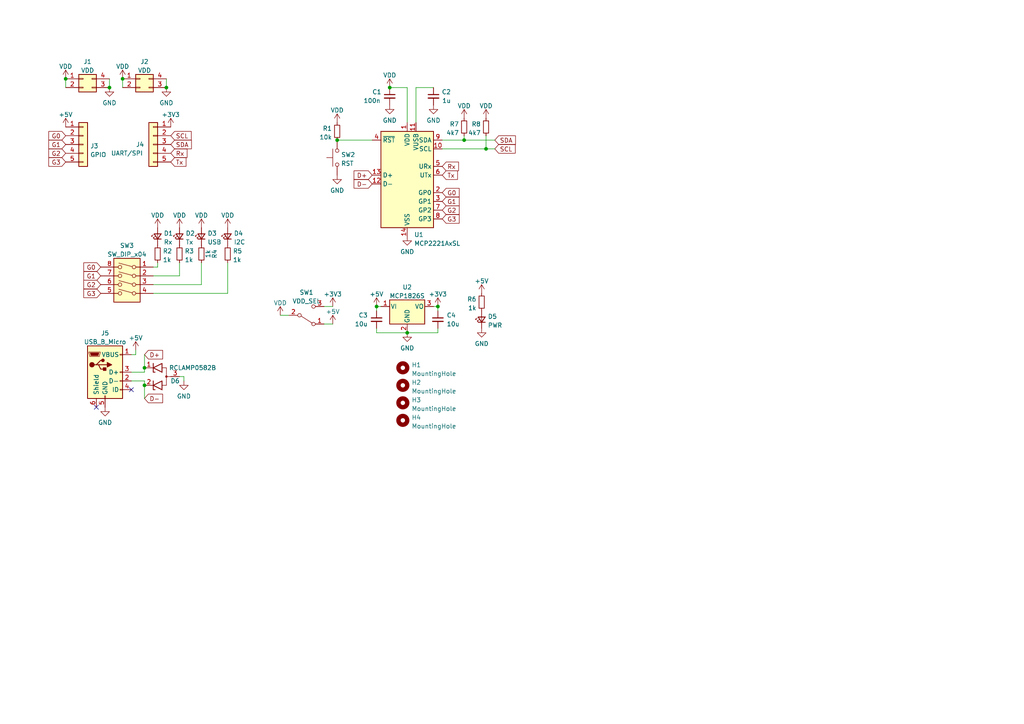
<source format=kicad_sch>
(kicad_sch (version 20211123) (generator eeschema)
  (paper "A4")
  (lib_symbols
    (symbol "Connector:USB_B_Micro" (pin_names (offset 1.016))
      (property "Reference" "J" (at -5.08 11.43 0))
      (property "Value" "USB_B_Micro" (at -5.08 8.89 0))
      (symbol "USB_B_Micro_0_1"
        (rectangle (start -5.08 -7.62) (end 5.08 7.62) (stroke (width 0.254)) (fill (type background)))
        (circle (center -3.81 2.159) (radius 0.635) (stroke (width 0.254)) (fill (type outline)))
        (circle (center -0.635 3.429) (radius 0.381) (stroke (width 0.254)) (fill (type outline)))
        (rectangle (start -0.127 -7.62) (end 0.127 -6.858))
        (polyline (pts (xy -1.905 2.159) (xy 0.635 2.159)) (stroke (width 0.254)))
        (polyline (pts (xy -3.175 2.159) (xy -2.54 2.159) (xy -1.27 3.429) (xy -0.635 3.429)) (stroke (width 0.254)))
        (polyline (pts (xy -2.54 2.159) (xy -1.905 2.159) (xy -1.27 0.889) (xy 0 0.889)) (stroke (width 0.254)))
        (polyline (pts (xy 0.635 2.794) (xy 0.635 1.524) (xy 1.905 2.159) (xy 0.635 2.794)) (stroke (width 0.254)) (fill (type outline)))
        (polyline (pts (xy -4.318 5.588) (xy -1.778 5.588) (xy -2.032 4.826) (xy -4.064 4.826) (xy -4.318 5.588)) (fill (type outline)))
        (polyline (pts (xy -4.699 5.842) (xy -4.699 5.588) (xy -4.445 4.826) (xy -4.445 4.572) (xy -1.651 4.572) (xy -1.651 4.826) (xy -1.397 5.588) (xy -1.397 5.842) (xy -4.699 5.842)))
        (rectangle (start 0.254 1.27) (end -0.508 0.508) (stroke (width 0.254)) (fill (type outline)))
        (rectangle (start 5.08 -5.207) (end 4.318 -4.953))
        (rectangle (start 5.08 -2.667) (end 4.318 -2.413))
        (rectangle (start 5.08 -0.127) (end 4.318 0.127))
        (rectangle (start 5.08 4.953) (end 4.318 5.207))
      )
      (symbol "USB_B_Micro_1_1"
        (pin power_out line (at 7.62 5.08 180) (length 2.54) (name "VBUS") (number "1"))
        (pin bidirectional line (at 7.62 -2.54 180) (length 2.54) (name "D-") (number "2"))
        (pin bidirectional line (at 7.62 0 180) (length 2.54) (name "D+") (number "3"))
        (pin passive line (at 7.62 -5.08 180) (length 2.54) (name "ID") (number "4"))
        (pin power_out line (at 0 -10.16 90) (length 2.54) (name "GND") (number "5"))
        (pin passive line (at -2.54 -10.16 90) (length 2.54) (name "Shield") (number "6"))
      )
    )
    (symbol "Connector_Generic:Conn_01x05" (pin_names (offset 1.016) hide)
      (property "Reference" "J" (at 0 7.62 0))
      (property "Value" "Conn_01x05" (at 0 -7.62 0))
      (symbol "Conn_01x05_1_1"
        (rectangle (start -1.27 -4.953) (end 0 -5.207) (stroke (width 0.1524)))
        (rectangle (start -1.27 -2.413) (end 0 -2.667) (stroke (width 0.1524)))
        (rectangle (start -1.27 0.127) (end 0 -0.127) (stroke (width 0.1524)))
        (rectangle (start -1.27 2.667) (end 0 2.413) (stroke (width 0.1524)))
        (rectangle (start -1.27 5.207) (end 0 4.953) (stroke (width 0.1524)))
        (rectangle (start -1.27 6.35) (end 1.27 -6.35) (stroke (width 0.254)) (fill (type background)))
        (pin passive line (at -5.08 5.08 0) (length 3.81) (name "Pin_1") (number "1"))
        (pin passive line (at -5.08 2.54 0) (length 3.81) (name "Pin_2") (number "2"))
        (pin passive line (at -5.08 0 0) (length 3.81) (name "Pin_3") (number "3"))
        (pin passive line (at -5.08 -2.54 0) (length 3.81) (name "Pin_4") (number "4"))
        (pin passive line (at -5.08 -5.08 0) (length 3.81) (name "Pin_5") (number "5"))
      )
    )
    (symbol "Connector_Generic:Conn_02x02_Counter_Clockwise" (pin_names (offset 1.016) hide)
      (property "Reference" "J" (at 1.27 2.54 0))
      (property "Value" "Conn_02x02_Counter_Clockwise" (at 1.27 -5.08 0))
      (symbol "Conn_02x02_Counter_Clockwise_1_1"
        (rectangle (start -1.27 -2.413) (end 0 -2.667) (stroke (width 0.1524)))
        (rectangle (start -1.27 0.127) (end 0 -0.127) (stroke (width 0.1524)))
        (rectangle (start -1.27 1.27) (end 3.81 -3.81) (stroke (width 0.254)) (fill (type background)))
        (rectangle (start 3.81 -2.413) (end 2.54 -2.667) (stroke (width 0.1524)))
        (rectangle (start 3.81 0.127) (end 2.54 -0.127) (stroke (width 0.1524)))
        (pin passive line (at -5.08 0 0) (length 3.81) (name "Pin_1") (number "1"))
        (pin passive line (at -5.08 -2.54 0) (length 3.81) (name "Pin_2") (number "2"))
        (pin passive line (at 7.62 -2.54 180) (length 3.81) (name "Pin_3") (number "3"))
        (pin passive line (at 7.62 0 180) (length 3.81) (name "Pin_4") (number "4"))
      )
    )
    (symbol "Device:C_Small" (pin_numbers hide) (pin_names (offset 0.254) hide)
      (property "Reference" "C" (at 0.254 1.778 0))
      (property "Value" "C_Small" (at 0.254 -2.032 0))
      (symbol "C_Small_0_1"
        (polyline (pts (xy -1.524 -0.508) (xy 1.524 -0.508)) (stroke (width 0.3302)))
        (polyline (pts (xy -1.524 0.508) (xy 1.524 0.508)) (stroke (width 0.3048)))
      )
      (symbol "C_Small_1_1"
        (pin passive line (at 0 2.54 270) (length 2.032) (name "~") (number "1"))
        (pin passive line (at 0 -2.54 90) (length 2.032) (name "~") (number "2"))
      )
    )
    (symbol "Device:LED_Small" (pin_numbers hide) (pin_names (offset 0.254) hide)
      (property "Reference" "D" (at -1.27 3.175 0))
      (property "Value" "LED_Small" (at -4.445 -2.54 0))
      (symbol "LED_Small_0_1"
        (polyline (pts (xy -0.762 -1.016) (xy -0.762 1.016)) (stroke (width 0.254)))
        (polyline (pts (xy 1.016 0) (xy -0.762 0)))
        (polyline (pts (xy 0.762 -1.016) (xy -0.762 0) (xy 0.762 1.016) (xy 0.762 -1.016)) (stroke (width 0.254)))
        (polyline (pts (xy 0 0.762) (xy -0.508 1.27) (xy -0.254 1.27) (xy -0.508 1.27) (xy -0.508 1.016)))
        (polyline (pts (xy 0.508 1.27) (xy 0 1.778) (xy 0.254 1.778) (xy 0 1.778) (xy 0 1.524)))
      )
      (symbol "LED_Small_1_1"
        (pin passive line (at -2.54 0 0) (length 1.778) (name "K") (number "1"))
        (pin passive line (at 2.54 0 180) (length 1.778) (name "A") (number "2"))
      )
    )
    (symbol "Device:R_Small" (pin_numbers hide) (pin_names (offset 0.254) hide)
      (property "Reference" "R" (at 0.762 0.508 0))
      (property "Value" "R_Small" (at 0.762 -1.016 0))
      (symbol "R_Small_0_1"
        (rectangle (start -0.762 1.778) (end 0.762 -1.778) (stroke (width 0.2032)))
      )
      (symbol "R_Small_1_1"
        (pin passive line (at 0 2.54 270) (length 0.762) (name "~") (number "1"))
        (pin passive line (at 0 -2.54 90) (length 0.762) (name "~") (number "2"))
      )
    )
    (symbol "Interface_USB:MCP2221AxSL"
      (property "Reference" "U" (at -7.62 16.51 0))
      (property "Value" "MCP2221AxSL" (at 12.7 16.51 0))
      (symbol "MCP2221AxSL_0_1"
        (rectangle (start -7.62 15.24) (end 7.62 -12.7) (stroke (width 0.254)) (fill (type background)))
      )
      (symbol "MCP2221AxSL_1_1"
        (pin power_in line (at 0 17.78 270) (length 2.54) (name "VDD") (number "1"))
        (pin bidirectional line (at 10.16 10.16 180) (length 2.54) (name "SCL") (number "10"))
        (pin passive line (at 2.54 17.78 270) (length 2.54) (name "VUSB") (number "11"))
        (pin bidirectional line (at -10.16 0 0) (length 2.54) (name "D-") (number "12"))
        (pin bidirectional line (at -10.16 2.54 0) (length 2.54) (name "D+") (number "13"))
        (pin power_in line (at 0 -15.24 90) (length 2.54) (name "VSS") (number "14"))
        (pin bidirectional line (at 10.16 -2.54 180) (length 2.54) (name "GP0") (number "2"))
        (pin bidirectional line (at 10.16 -5.08 180) (length 2.54) (name "GP1") (number "3"))
        (pin input line (at -10.16 12.7 0) (length 2.54) (name "~{RST}") (number "4"))
        (pin input line (at 10.16 5.08 180) (length 2.54) (name "URx") (number "5"))
        (pin output line (at 10.16 2.54 180) (length 2.54) (name "UTx") (number "6"))
        (pin bidirectional line (at 10.16 -7.62 180) (length 2.54) (name "GP2") (number "7"))
        (pin bidirectional line (at 10.16 -10.16 180) (length 2.54) (name "GP3") (number "8"))
        (pin bidirectional line (at 10.16 12.7 180) (length 2.54) (name "SDA") (number "9"))
      )
    )
    (symbol "Mechanical:MountingHole" (pin_names (offset 1.016))
      (property "Reference" "H" (at 0 5.08 0))
      (property "Value" "MountingHole" (at 0 3.175 0))
      (symbol "MountingHole_0_1"
        (circle (center 0 0) (radius 1.27) (stroke (width 1.27)))
      )
    )
    (symbol "Power_Protection:RCLAMP0582B" (pin_names hide)
      (property "Reference" "D" (at 0 5.08 0))
      (property "Value" "RCLAMP0582B" (at 0 -5.08 0))
      (symbol "RCLAMP0582B_0_1"
        (polyline (pts (xy -2.54 0) (xy -1.27 0)))
        (polyline (pts (xy -1.27 2.54) (xy -1.27 -2.54)))
        (polyline (pts (xy 0 2.54) (xy -1.27 2.54)) (stroke (width 0.1524)))
        (polyline (pts (xy 2.54 3.81) (xy 2.54 1.27) (xy 2.032 1.27)) (stroke (width 0.254)))
        (polyline (pts (xy 0 1.27) (xy 0 3.81) (xy 2.54 2.54) (xy 0 1.27)) (stroke (width 0.254)))
        (pin passive line (at -5.08 0 0) (length 2.54) (name "A") (number "3"))
      )
      (symbol "RCLAMP0582B_1_1"
        (circle (center -1.27 0) (radius 0.254) (fill (type outline)))
        (polyline (pts (xy 0 -2.54) (xy -1.27 -2.54)) (stroke (width 0.1524)))
        (polyline (pts (xy 2.54 -1.27) (xy 2.54 -3.81) (xy 2.032 -3.81)) (stroke (width 0.254)))
        (polyline (pts (xy 0 -3.81) (xy 0 -1.27) (xy 2.54 -2.54) (xy 0 -3.81)) (stroke (width 0.254)))
        (pin passive line (at 5.08 2.54 180) (length 2.54) (name "K1") (number "1"))
        (pin passive line (at 5.08 -2.54 180) (length 2.54) (name "K2") (number "2"))
      )
    )
    (symbol "Regulator_Linear:MCP1826S" (pin_names (offset 0.254))
      (property "Reference" "U" (at -3.81 3.175 0))
      (property "Value" "MCP1826S" (at 0 3.175 0))
      (symbol "MCP1826S_0_1"
        (rectangle (start -5.08 1.905) (end 5.08 -5.08) (stroke (width 0.254)) (fill (type background)))
      )
      (symbol "MCP1826S_1_1"
        (pin power_in line (at -7.62 0 0) (length 2.54) (name "VI") (number "1"))
        (pin power_in line (at 0 -7.62 90) (length 2.54) (name "GND") (number "2"))
        (pin power_out line (at 7.62 0 180) (length 2.54) (name "VO") (number "3"))
      )
    )
    (symbol "Switch:SW_DIP_x04" (pin_names (offset 0) hide)
      (property "Reference" "SW" (at 0 8.89 0))
      (property "Value" "SW_DIP_x04" (at 0 -6.35 0))
      (symbol "SW_DIP_x04_0_0"
        (circle (center -2.032 -2.54) (radius 0.508))
        (circle (center -2.032 0) (radius 0.508))
        (circle (center -2.032 2.54) (radius 0.508))
        (circle (center -2.032 5.08) (radius 0.508))
        (polyline (pts (xy -1.524 -2.3876) (xy 2.3622 -1.3462)))
        (polyline (pts (xy -1.524 0.127) (xy 2.3622 1.1684)))
        (polyline (pts (xy -1.524 2.667) (xy 2.3622 3.7084)))
        (polyline (pts (xy -1.524 5.207) (xy 2.3622 6.2484)))
        (circle (center 2.032 -2.54) (radius 0.508))
        (circle (center 2.032 0) (radius 0.508))
        (circle (center 2.032 2.54) (radius 0.508))
        (circle (center 2.032 5.08) (radius 0.508))
      )
      (symbol "SW_DIP_x04_0_1"
        (rectangle (start -3.81 7.62) (end 3.81 -5.08) (stroke (width 0.254)) (fill (type background)))
      )
      (symbol "SW_DIP_x04_1_1"
        (pin passive line (at -7.62 5.08 0) (length 5.08) (name "~") (number "1"))
        (pin passive line (at -7.62 2.54 0) (length 5.08) (name "~") (number "2"))
        (pin passive line (at -7.62 0 0) (length 5.08) (name "~") (number "3"))
        (pin passive line (at -7.62 -2.54 0) (length 5.08) (name "~") (number "4"))
        (pin passive line (at 7.62 -2.54 180) (length 5.08) (name "~") (number "5"))
        (pin passive line (at 7.62 0 180) (length 5.08) (name "~") (number "6"))
        (pin passive line (at 7.62 2.54 180) (length 5.08) (name "~") (number "7"))
        (pin passive line (at 7.62 5.08 180) (length 5.08) (name "~") (number "8"))
      )
    )
    (symbol "Switch:SW_Push" (pin_numbers hide) (pin_names (offset 1.016) hide)
      (property "Reference" "SW" (at 1.27 2.54 0))
      (property "Value" "SW_Push" (at 0 -1.524 0))
      (symbol "SW_Push_0_1"
        (circle (center -2.032 0) (radius 0.508))
        (polyline (pts (xy 0 1.27) (xy 0 3.048)))
        (polyline (pts (xy 2.54 1.27) (xy -2.54 1.27)))
        (circle (center 2.032 0) (radius 0.508))
        (pin passive line (at -5.08 0 0) (length 2.54) (name "1") (number "1"))
        (pin passive line (at 5.08 0 180) (length 2.54) (name "2") (number "2"))
      )
    )
    (symbol "Switch:SW_SPDT" (pin_names (offset 0) hide)
      (property "Reference" "SW" (at 0 4.318 0))
      (property "Value" "SW_SPDT" (at 0 -5.08 0))
      (symbol "SW_SPDT_0_0"
        (circle (center -2.032 0) (radius 0.508))
        (circle (center 2.032 -2.54) (radius 0.508))
      )
      (symbol "SW_SPDT_0_1"
        (polyline (pts (xy -1.524 0.254) (xy 1.651 2.286)))
        (circle (center 2.032 2.54) (radius 0.508))
      )
      (symbol "SW_SPDT_1_1"
        (pin passive line (at 5.08 2.54 180) (length 2.54) (name "A") (number "1"))
        (pin passive line (at -5.08 0 0) (length 2.54) (name "B") (number "2"))
        (pin passive line (at 5.08 -2.54 180) (length 2.54) (name "C") (number "3"))
      )
    )
    (symbol "power:+3V3" (power) (pin_names (offset 0))
      (property "Value" "+3V3" (at 0 3.556 0))
      (symbol "+3V3_0_1"
        (polyline (pts (xy -0.762 1.27) (xy 0 2.54)))
        (polyline (pts (xy 0 0) (xy 0 2.54)))
        (polyline (pts (xy 0 2.54) (xy 0.762 1.27)))
      )
      (symbol "+3V3_1_1"
        (pin power_in line (at 0 0 90) (length 0) hide (name "+3V3") (number "1"))
      )
    )
    (symbol "power:+5V" (power) (pin_names (offset 0))
      (property "Value" "+5V" (at 0 3.556 0))
      (symbol "+5V_0_1"
        (polyline (pts (xy -0.762 1.27) (xy 0 2.54)))
        (polyline (pts (xy 0 0) (xy 0 2.54)))
        (polyline (pts (xy 0 2.54) (xy 0.762 1.27)))
      )
      (symbol "+5V_1_1"
        (pin power_in line (at 0 0 90) (length 0) hide (name "+5V") (number "1"))
      )
    )
    (symbol "power:GND" (power) (pin_names (offset 0))
      (property "Value" "GND" (at 0 -3.81 0))
      (symbol "GND_0_1"
        (polyline (pts (xy 0 0) (xy 0 -1.27) (xy 1.27 -1.27) (xy 0 -2.54) (xy -1.27 -1.27) (xy 0 -1.27)))
      )
      (symbol "GND_1_1"
        (pin power_in line (at 0 0 270) (length 0) hide (name "GND") (number "1"))
      )
    )
    (symbol "power:VDD" (power) (pin_names (offset 0))
      (property "Value" "VDD" (at 0 3.81 0))
      (symbol "VDD_0_1"
        (polyline (pts (xy -0.762 1.27) (xy 0 2.54)))
        (polyline (pts (xy 0 0) (xy 0 2.54)))
        (polyline (pts (xy 0 2.54) (xy 0.762 1.27)))
      )
      (symbol "VDD_1_1"
        (pin power_in line (at 0 0 90) (length 0) hide (name "VDD") (number "1"))
      )
    )
  )
  (junction (at 109.22 88.9))
  (junction (at 134.62 40.64))
  (junction (at 19.05 22.86))
  (junction (at 140.97 43.18))
  (junction (at 97.79 40.64))
  (junction (at 41.91 106.68))
  (junction (at 41.91 111.76))
  (junction (at 113.03 25.4))
  (junction (at 48.26 25.4))
  (junction (at 118.11 96.52))
  (junction (at 31.75 25.4))
  (junction (at 127 88.9))
  (junction (at 35.56 22.86))
  (no_connect (at 38.1 113.03))
  (no_connect (at 27.94 118.11))
  (wire (pts (xy 125.73 25.4) (xy 120.65 25.4)))
  (wire (pts (xy 41.91 111.76) (xy 41.91 115.57)))
  (wire (pts (xy 44.45 77.47) (xy 45.72 77.47)))
  (wire (pts (xy 41.91 106.68) (xy 41.91 102.87)))
  (wire (pts (xy 118.11 96.52) (xy 127 96.52)))
  (wire (pts (xy 44.45 80.01) (xy 52.07 80.01)))
  (wire (pts (xy 38.1 110.49) (xy 41.91 110.49)))
  (wire (pts (xy 44.45 85.09) (xy 66.04 85.09)))
  (wire (pts (xy 66.04 85.09) (xy 66.04 76.2)))
  (wire (pts (xy 81.28 91.44) (xy 83.82 91.44)))
  (wire (pts (xy 41.91 110.49) (xy 41.91 111.76)))
  (wire (pts (xy 58.42 82.55) (xy 58.42 76.2)))
  (wire (pts (xy 113.03 25.4) (xy 118.11 25.4)))
  (wire (pts (xy 38.1 107.95) (xy 41.91 107.95)))
  (wire (pts (xy 109.22 96.52) (xy 118.11 96.52)))
  (wire (pts (xy 134.62 39.37) (xy 134.62 40.64)))
  (wire (pts (xy 48.26 22.86) (xy 48.26 25.4)))
  (wire (pts (xy 127 96.52) (xy 127 95.25)))
  (wire (pts (xy 127 90.17) (xy 127 88.9)))
  (wire (pts (xy 52.07 80.01) (xy 52.07 76.2)))
  (wire (pts (xy 128.27 43.18) (xy 140.97 43.18)))
  (wire (pts (xy 19.05 22.86) (xy 19.05 25.4)))
  (wire (pts (xy 41.91 107.95) (xy 41.91 106.68)))
  (wire (pts (xy 120.65 25.4) (xy 120.65 35.56)))
  (wire (pts (xy 44.45 82.55) (xy 58.42 82.55)))
  (wire (pts (xy 118.11 25.4) (xy 118.11 35.56)))
  (wire (pts (xy 109.22 88.9) (xy 110.49 88.9)))
  (wire (pts (xy 140.97 39.37) (xy 140.97 43.18)))
  (wire (pts (xy 97.79 40.64) (xy 107.95 40.64)))
  (wire (pts (xy 52.07 109.22) (xy 53.34 109.22)))
  (wire (pts (xy 93.98 93.98) (xy 96.52 93.98)))
  (wire (pts (xy 140.97 43.18) (xy 143.51 43.18)))
  (wire (pts (xy 35.56 22.86) (xy 35.56 25.4)))
  (wire (pts (xy 134.62 40.64) (xy 143.51 40.64)))
  (wire (pts (xy 127 88.9) (xy 125.73 88.9)))
  (wire (pts (xy 128.27 40.64) (xy 134.62 40.64)))
  (wire (pts (xy 109.22 95.25) (xy 109.22 96.52)))
  (wire (pts (xy 109.22 90.17) (xy 109.22 88.9)))
  (wire (pts (xy 31.75 22.86) (xy 31.75 25.4)))
  (wire (pts (xy 38.1 102.87) (xy 39.37 102.87)))
  (wire (pts (xy 53.34 109.22) (xy 53.34 110.49)))
  (wire (pts (xy 45.72 77.47) (xy 45.72 76.2)))
  (wire (pts (xy 39.37 102.87) (xy 39.37 101.6)))
  (wire (pts (xy 93.98 88.9) (xy 96.52 88.9)))
  (global_label "D-" (shape input) (at 41.91 115.57 0) (property "Intersheet References" "${INTERSHEET_REFS}" (effects hide)))
  (global_label "G3" (shape input) (at 19.05 46.99 180) (property "Intersheet References" "${INTERSHEET_REFS}" (effects hide)))
  (global_label "Tx" (shape input) (at 128.27 50.8 0) (property "Intersheet References" "${INTERSHEET_REFS}" (effects hide)))
  (global_label "D+" (shape input) (at 107.95 50.8 180) (property "Intersheet References" "${INTERSHEET_REFS}" (effects hide)))
  (global_label "D-" (shape input) (at 107.95 53.34 180) (property "Intersheet References" "${INTERSHEET_REFS}" (effects hide)))
  (global_label "G3" (shape input) (at 128.27 63.5 0) (property "Intersheet References" "${INTERSHEET_REFS}" (effects hide)))
  (global_label "Rx" (shape input) (at 49.53 44.45 0) (property "Intersheet References" "${INTERSHEET_REFS}" (effects hide)))
  (global_label "G0" (shape input) (at 19.05 39.37 180) (property "Intersheet References" "${INTERSHEET_REFS}" (effects hide)))
  (global_label "SCL" (shape input) (at 143.51 43.18 0) (property "Intersheet References" "${INTERSHEET_REFS}" (effects hide)))
  (global_label "G2" (shape input) (at 19.05 44.45 180) (property "Intersheet References" "${INTERSHEET_REFS}" (effects hide)))
  (global_label "D+" (shape input) (at 41.91 102.87 0) (property "Intersheet References" "${INTERSHEET_REFS}" (effects hide)))
  (global_label "G0" (shape input) (at 128.27 55.88 0) (property "Intersheet References" "${INTERSHEET_REFS}" (effects hide)))
  (global_label "G2" (shape input) (at 29.21 82.55 180) (property "Intersheet References" "${INTERSHEET_REFS}" (effects hide)))
  (global_label "G0" (shape input) (at 29.21 77.47 180) (property "Intersheet References" "${INTERSHEET_REFS}" (effects hide)))
  (global_label "G1" (shape input) (at 29.21 80.01 180) (property "Intersheet References" "${INTERSHEET_REFS}" (effects hide)))
  (global_label "SDA" (shape input) (at 143.51 40.64 0) (property "Intersheet References" "${INTERSHEET_REFS}" (effects hide)))
  (global_label "SCL" (shape input) (at 49.53 39.37 0) (property "Intersheet References" "${INTERSHEET_REFS}" (effects hide)))
  (global_label "Rx" (shape input) (at 128.27 48.26 0) (property "Intersheet References" "${INTERSHEET_REFS}" (effects hide)))
  (global_label "G1" (shape input) (at 19.05 41.91 180) (property "Intersheet References" "${INTERSHEET_REFS}" (effects hide)))
  (global_label "G3" (shape input) (at 29.21 85.09 180) (property "Intersheet References" "${INTERSHEET_REFS}" (effects hide)))
  (global_label "G2" (shape input) (at 128.27 60.96 0) (property "Intersheet References" "${INTERSHEET_REFS}" (effects hide)))
  (global_label "SDA" (shape input) (at 49.53 41.91 0) (property "Intersheet References" "${INTERSHEET_REFS}" (effects hide)))
  (global_label "G1" (shape input) (at 128.27 58.42 0) (property "Intersheet References" "${INTERSHEET_REFS}" (effects hide)))
  (global_label "Tx" (shape input) (at 49.53 46.99 0) (property "Intersheet References" "${INTERSHEET_REFS}" (effects hide)))
  (symbol (lib_id "Mechanical:MountingHole") (at 116.84 121.92 0) (unit 1)
    (property "Reference" "H4" (at 119.38 121.0853 0) (effects (justify left)))
    (property "Value" "MountingHole" (at 119.38 123.6222 0) (effects (justify left)))
    (property "Footprint" "MountingHole:MountingHole_3.2mm_M3_ISO7380" (effects hide))
  )
  (symbol (lib_id "Connector_Generic:Conn_01x05") (at 44.45 41.91 0) (mirror y) (unit 1)
    (property "Reference" "J4" (at 40.64 41.91 0))
    (property "Value" "UART/SPI" (at 36.83 44.45 0))
    (property "Footprint" "Connector_PinHeader_2.54mm:PinHeader_1x05_P2.54mm_Vertical" (effects hide))
  )
  (symbol (lib_id "Mechanical:MountingHole") (at 116.84 111.76 0) (unit 1)
    (property "Reference" "H2" (at 119.38 110.9253 0) (effects (justify left)))
    (property "Value" "MountingHole" (at 119.38 113.4622 0) (effects (justify left)))
    (property "Footprint" "MountingHole:MountingHole_3.2mm_M3_ISO7380" (effects hide))
  )
  (symbol (lib_id "Device:R_Small") (at 66.04 73.66 0) (mirror y) (unit 1)
    (property "Reference" "R5" (at 67.5386 72.8253 0) (effects (justify right)))
    (property "Value" "1k" (at 67.5386 75.3622 0) (effects (justify right)))
    (property "Footprint" "Resistor_SMD:R_0603_1608Metric" (effects hide))
  )
  (symbol (lib_id "Regulator_Linear:MCP1826S") (at 118.11 88.9 0) (unit 1)
    (property "Reference" "U2" (at 118.11 83.2952 0))
    (property "Value" "MCP1826S" (at 118.11 85.8321 0))
    (property "Footprint" "Package_TO_SOT_SMD:SOT-223-3_TabPin2" (effects hide))
    (property "Datasheet" "http://ww1.microchip.com/downloads/en/DeviceDoc/22057B.pdf" (effects hide))
    (property "LCSC" "C150719" (effects hide))
  )
  (symbol (lib_id "power:VDD") (at 113.03 25.4 0) (unit 1)
    (property "Reference" "#PWR01" (effects hide))
    (property "Value" "VDD" (at 113.03 21.8242 0))
  )
  (symbol (lib_id "power:VDD") (at 81.28 91.44 0) (unit 1)
    (property "Reference" "#PWR05" (effects hide))
    (property "Value" "VDD" (at 81.28 87.8642 0))
  )
  (symbol (lib_id "Device:LED_Small") (at 45.72 68.58 90) (unit 1)
    (property "Reference" "D1" (at 47.498 67.6818 90) (effects (justify right)))
    (property "Value" "Rx" (at 47.498 70.2187 90) (effects (justify right)))
    (property "Footprint" "LED_SMD:LED_0805_2012Metric" (effects hide))
  )
  (symbol (lib_id "power:GND") (at 118.11 68.58 0) (unit 1)
    (property "Reference" "#PWR013" (effects hide))
    (property "Value" "GND" (at 118.11 73.0234 0))
  )
  (symbol (lib_id "power:VDD") (at 134.62 34.29 0) (unit 1)
    (property "Reference" "#PWR019" (effects hide))
    (property "Value" "VDD" (at 134.62 30.7142 0))
  )
  (symbol (lib_id "Mechanical:MountingHole") (at 116.84 116.84 0) (unit 1)
    (property "Reference" "H3" (at 119.38 116.0053 0) (effects (justify left)))
    (property "Value" "MountingHole" (at 119.38 118.5422 0) (effects (justify left)))
    (property "Footprint" "MountingHole:MountingHole_3.2mm_M3_ISO7380" (effects hide))
  )
  (symbol (lib_id "power:VDD") (at 66.04 66.04 0) (unit 1)
    (property "Reference" "#PWR012" (effects hide))
    (property "Value" "VDD" (at 66.04 62.4642 0))
  )
  (symbol (lib_id "Device:R_Small") (at 45.72 73.66 0) (mirror y) (unit 1)
    (property "Reference" "R2" (at 47.2186 72.8253 0) (effects (justify right)))
    (property "Value" "1k" (at 47.2186 75.3622 0) (effects (justify right)))
    (property "Footprint" "Resistor_SMD:R_0603_1608Metric" (effects hide))
  )
  (symbol (lib_id "Switch:SW_DIP_x04") (at 36.83 82.55 0) (mirror y) (unit 1)
    (property "Reference" "SW3" (at 36.83 71.2302 0))
    (property "Value" "SW_DIP_x04" (at 36.83 73.7671 0))
    (property "Footprint" "Button_Switch_SMD:SW_DIP_SPSTx04_Slide_6.7x11.72mm_W8.61mm_P2.54mm_LowProfile" (effects hide))
  )
  (symbol (lib_id "power:VDD") (at 35.56 22.86 0) (unit 1)
    (property "Reference" "#PWR0101" (effects hide))
    (property "Value" "VDD" (at 35.56 19.2842 0))
  )
  (symbol (lib_id "power:GND") (at 31.75 25.4 0) (unit 1)
    (property "Reference" "#PWR0102" (effects hide))
    (property "Value" "GND" (at 31.75 29.8434 0))
  )
  (symbol (lib_id "power:+3V3") (at 127 88.9 0) (unit 1)
    (property "Reference" "#PWR016" (effects hide))
    (property "Value" "+3V3" (at 127 85.3242 0))
  )
  (symbol (lib_id "Connector:USB_B_Micro") (at 30.48 107.95 0) (unit 1)
    (property "Reference" "J5" (at 30.48 96.6302 0))
    (property "Value" "USB_B_Micro" (at 30.48 99.1671 0))
    (property "Footprint" "Connector_USB:USB_Micro-B_Molex-105017-0001" (effects hide))
  )
  (symbol (lib_id "Interface_USB:MCP2221AxSL") (at 118.11 53.34 0) (unit 1)
    (property "Reference" "U1" (at 120.1294 68.0704 0) (effects (justify left)))
    (property "Value" "MCP2221AxSL" (at 120.1294 70.6073 0) (effects (justify left)))
    (property "Footprint" "Package_SO:SOIC-14_3.9x8.7mm_P1.27mm" (effects hide))
    (property "Datasheet" "http://ww1.microchip.com/downloads/en/DeviceDoc/20005565B.pdf" (effects hide))
  )
  (symbol (lib_id "Connector_Generic:Conn_02x02_Counter_Clockwise") (at 40.64 22.86 0) (unit 1)
    (property "Reference" "J2" (at 41.91 17.8902 0))
    (property "Value" "VDD" (at 41.91 20.4271 0))
    (property "Footprint" "Connector_PinHeader_2.54mm:PinHeader_2x02_P2.54mm_Vertical" (effects hide))
  )
  (symbol (lib_id "power:+5V") (at 19.05 36.83 0) (unit 1)
    (property "Reference" "#PWR0109" (effects hide))
    (property "Value" "+5V" (at 19.05 33.2542 0))
  )
  (symbol (lib_id "Device:R_Small") (at 139.7 87.63 0) (mirror x) (unit 1)
    (property "Reference" "R6" (at 138.2014 86.7953 0) (effects (justify right)))
    (property "Value" "1k" (at 138.2014 89.3322 0) (effects (justify right)))
    (property "Footprint" "Resistor_SMD:R_0603_1608Metric" (effects hide))
  )
  (symbol (lib_id "Device:R_Small") (at 52.07 73.66 0) (mirror y) (unit 1)
    (property "Reference" "R3" (at 53.5686 72.8253 0) (effects (justify right)))
    (property "Value" "1k" (at 53.5686 75.3622 0) (effects (justify right)))
    (property "Footprint" "Resistor_SMD:R_0603_1608Metric" (effects hide))
  )
  (symbol (lib_id "Connector_Generic:Conn_01x05") (at 24.13 41.91 0) (unit 1)
    (property "Reference" "J3" (at 26.162 42.3453 0) (effects (justify left)))
    (property "Value" "GPIO" (at 26.162 44.8822 0) (effects (justify left)))
    (property "Footprint" "Connector_PinHeader_2.54mm:PinHeader_1x05_P2.54mm_Vertical" (effects hide))
  )
  (symbol (lib_id "Device:LED_Small") (at 58.42 68.58 90) (unit 1)
    (property "Reference" "D3" (at 60.198 67.6818 90) (effects (justify right)))
    (property "Value" "USB" (at 60.198 70.2187 90) (effects (justify right)))
    (property "Footprint" "LED_SMD:LED_0805_2012Metric" (effects hide))
  )
  (symbol (lib_id "power:+5V") (at 39.37 101.6 0) (unit 1)
    (property "Reference" "#PWR0105" (effects hide))
    (property "Value" "+5V" (at 39.37 98.0242 0))
  )
  (symbol (lib_id "power:+3V3") (at 49.53 36.83 0) (unit 1)
    (property "Reference" "#PWR0103" (effects hide))
    (property "Value" "+3V3" (at 49.53 33.2542 0))
  )
  (symbol (lib_id "Device:C_Small") (at 125.73 27.94 0) (mirror y) (unit 1)
    (property "Reference" "C2" (at 130.81 26.67 0) (effects (justify left)))
    (property "Value" "1u" (at 130.81 29.21 0) (effects (justify left)))
    (property "Footprint" "Capacitor_SMD:C_0603_1608Metric" (effects hide))
  )
  (symbol (lib_id "Device:R_Small") (at 140.97 36.83 0) (mirror x) (unit 1)
    (property "Reference" "R8" (at 139.4715 35.9953 0) (effects (justify right)))
    (property "Value" "4k7" (at 139.4715 38.5322 0) (effects (justify right)))
    (property "Footprint" "Resistor_SMD:R_0603_1608Metric" (effects hide))
  )
  (symbol (lib_id "power:GND") (at 118.11 96.52 0) (unit 1)
    (property "Reference" "#PWR018" (effects hide))
    (property "Value" "GND" (at 118.11 100.9634 0))
  )
  (symbol (lib_id "power:+3V3") (at 96.52 88.9 0) (unit 1)
    (property "Reference" "#PWR04" (effects hide))
    (property "Value" "+3V3" (at 96.52 85.3242 0))
  )
  (symbol (lib_id "Device:C_Small") (at 127 92.71 0) (unit 1)
    (property "Reference" "C4" (at 129.54 91.44 0) (effects (justify left)))
    (property "Value" "10u" (at 129.54 93.98 0) (effects (justify left)))
    (property "Footprint" "Capacitor_SMD:C_0805_2012Metric" (effects hide))
  )
  (symbol (lib_id "power:GND") (at 30.48 118.11 0) (unit 1)
    (property "Reference" "#PWR0106" (effects hide))
    (property "Value" "GND" (at 30.48 122.5534 0))
  )
  (symbol (lib_id "Switch:SW_SPDT") (at 88.9 91.44 0) (mirror x) (unit 1)
    (property "Reference" "SW1" (at 88.9 84.8192 0))
    (property "Value" "VDD_SEL" (at 88.9 87.3561 0))
    (property "Footprint" "Connector_PinHeader_2.54mm:PinHeader_1x03_P2.54mm_Vertical" (effects hide))
  )
  (symbol (lib_id "Device:R_Small") (at 58.42 73.66 0) (mirror x) (unit 1)
    (property "Reference" "R4" (at 62.23 73.66 90))
    (property "Value" "1k" (at 60.3195 73.66 90))
    (property "Footprint" "Resistor_SMD:R_0603_1608Metric" (effects hide))
  )
  (symbol (lib_id "power:+5V") (at 139.7 85.09 0) (unit 1)
    (property "Reference" "#PWR014" (effects hide))
    (property "Value" "+5V" (at 139.7 81.5142 0))
  )
  (symbol (lib_id "power:GND") (at 97.79 50.8 0) (unit 1)
    (property "Reference" "#PWR08" (effects hide))
    (property "Value" "GND" (at 97.79 55.2434 0))
  )
  (symbol (lib_id "power:GND") (at 48.26 25.4 0) (unit 1)
    (property "Reference" "#PWR0104" (effects hide))
    (property "Value" "GND" (at 48.26 29.8434 0))
  )
  (symbol (lib_id "power:VDD") (at 97.79 35.56 0) (unit 1)
    (property "Reference" "#PWR06" (effects hide))
    (property "Value" "VDD" (at 97.79 31.9842 0))
  )
  (symbol (lib_id "power:GND") (at 139.7 95.25 0) (unit 1)
    (property "Reference" "#PWR017" (effects hide))
    (property "Value" "GND" (at 139.7 99.6934 0))
  )
  (symbol (lib_id "power:GND") (at 113.03 30.48 0) (unit 1)
    (property "Reference" "#PWR02" (effects hide))
    (property "Value" "GND" (at 113.03 34.9234 0))
  )
  (symbol (lib_id "power:GND") (at 53.34 110.49 0) (unit 1)
    (property "Reference" "#PWR021" (effects hide))
    (property "Value" "GND" (at 53.34 114.9334 0))
  )
  (symbol (lib_id "Power_Protection:RCLAMP0582B") (at 46.99 109.22 0) (mirror y) (unit 1)
    (property "Reference" "D6" (at 50.8 110.49 0))
    (property "Value" "RCLAMP0582B" (at 55.88 106.68 0))
    (property "Footprint" "Package_TO_SOT_SMD:SOT-523" (effects hide))
    (property "Datasheet" "https://www.semtech.com/products/circuit-protection/low-capacitance/rclamp0582b" (effects hide))
  )
  (symbol (lib_id "Device:R_Small") (at 134.62 36.83 0) (mirror x) (unit 1)
    (property "Reference" "R7" (at 133.1215 35.9953 0) (effects (justify right)))
    (property "Value" "4k7" (at 133.1215 38.5322 0) (effects (justify right)))
    (property "Footprint" "Resistor_SMD:R_0603_1608Metric" (effects hide))
  )
  (symbol (lib_id "Mechanical:MountingHole") (at 116.84 106.68 0) (unit 1)
    (property "Reference" "H1" (at 119.38 105.8453 0) (effects (justify left)))
    (property "Value" "MountingHole" (at 119.38 108.3822 0) (effects (justify left)))
    (property "Footprint" "MountingHole:MountingHole_3.2mm_M3_ISO7380" (effects hide))
  )
  (symbol (lib_id "Switch:SW_Push") (at 97.79 45.72 90) (unit 1)
    (property "Reference" "SW2" (at 98.933 44.8853 90) (effects (justify right)))
    (property "Value" "RST" (at 98.933 47.4222 90) (effects (justify right)))
    (property "Footprint" "Button_Switch_SMD:SW_Push_1P1T_NO_6x6mm_H9.5mm" (effects hide))
  )
  (symbol (lib_id "power:VDD") (at 45.72 66.04 0) (unit 1)
    (property "Reference" "#PWR09" (effects hide))
    (property "Value" "VDD" (at 45.72 62.4642 0))
  )
  (symbol (lib_id "power:VDD") (at 58.42 66.04 0) (unit 1)
    (property "Reference" "#PWR011" (effects hide))
    (property "Value" "VDD" (at 58.42 62.4642 0))
  )
  (symbol (lib_id "Device:LED_Small") (at 139.7 92.71 90) (unit 1)
    (property "Reference" "D5" (at 141.478 91.8118 90) (effects (justify right)))
    (property "Value" "PWR" (at 141.478 94.3487 90) (effects (justify right)))
    (property "Footprint" "LED_SMD:LED_0805_2012Metric" (effects hide))
  )
  (symbol (lib_id "Device:LED_Small") (at 52.07 68.58 90) (unit 1)
    (property "Reference" "D2" (at 53.848 67.6818 90) (effects (justify right)))
    (property "Value" "Tx" (at 53.848 70.2187 90) (effects (justify right)))
    (property "Footprint" "LED_SMD:LED_0805_2012Metric" (effects hide))
  )
  (symbol (lib_id "Device:LED_Small") (at 66.04 68.58 90) (unit 1)
    (property "Reference" "D4" (at 67.818 67.6818 90) (effects (justify right)))
    (property "Value" "I2C" (at 67.818 70.2187 90) (effects (justify right)))
    (property "Footprint" "LED_SMD:LED_0805_2012Metric" (effects hide))
  )
  (symbol (lib_id "power:GND") (at 125.73 30.48 0) (mirror y) (unit 1)
    (property "Reference" "#PWR03" (effects hide))
    (property "Value" "GND" (at 125.73 34.9234 0))
  )
  (symbol (lib_id "Device:C_Small") (at 113.03 27.94 0) (unit 1)
    (property "Reference" "C1" (at 107.95 26.67 0) (effects (justify left)))
    (property "Value" "100n" (at 105.41 29.21 0) (effects (justify left)))
    (property "Footprint" "Capacitor_SMD:C_0603_1608Metric" (effects hide))
  )
  (symbol (lib_id "Device:R_Small") (at 97.79 38.1 0) (mirror x) (unit 1)
    (property "Reference" "R1" (at 96.2915 37.2653 0) (effects (justify right)))
    (property "Value" "10k" (at 96.2915 39.8022 0) (effects (justify right)))
    (property "Footprint" "Resistor_SMD:R_0603_1608Metric" (effects hide))
  )
  (symbol (lib_id "power:+5V") (at 96.52 93.98 0) (unit 1)
    (property "Reference" "#PWR07" (effects hide))
    (property "Value" "+5V" (at 96.52 90.4042 0))
  )
  (symbol (lib_id "power:VDD") (at 140.97 34.29 0) (unit 1)
    (property "Reference" "#PWR020" (effects hide))
    (property "Value" "VDD" (at 140.97 30.7142 0))
  )
  (symbol (lib_id "Device:C_Small") (at 109.22 92.71 0) (mirror y) (unit 1)
    (property "Reference" "C3" (at 106.68 91.44 0) (effects (justify left)))
    (property "Value" "10u" (at 106.68 93.98 0) (effects (justify left)))
    (property "Footprint" "Capacitor_SMD:C_0805_2012Metric" (effects hide))
  )
  (symbol (lib_id "power:VDD") (at 52.07 66.04 0) (unit 1)
    (property "Reference" "#PWR010" (effects hide))
    (property "Value" "VDD" (at 52.07 62.4642 0))
  )
  (symbol (lib_id "power:VDD") (at 19.05 22.86 0) (unit 1)
    (property "Reference" "#PWR0110" (effects hide))
    (property "Value" "VDD" (at 19.05 19.2842 0))
  )
  (symbol (lib_id "power:+5V") (at 109.22 88.9 0) (unit 1)
    (property "Reference" "#PWR015" (effects hide))
    (property "Value" "+5V" (at 109.22 85.3242 0))
  )
  (symbol (lib_id "Connector_Generic:Conn_02x02_Counter_Clockwise") (at 24.13 22.86 0) (unit 1)
    (property "Reference" "J1" (at 25.4 17.8902 0))
    (property "Value" "VDD" (at 25.4 20.4271 0))
    (property "Footprint" "Connector_PinHeader_2.54mm:PinHeader_2x02_P2.54mm_Vertical" (effects hide))
  )
)
</source>
